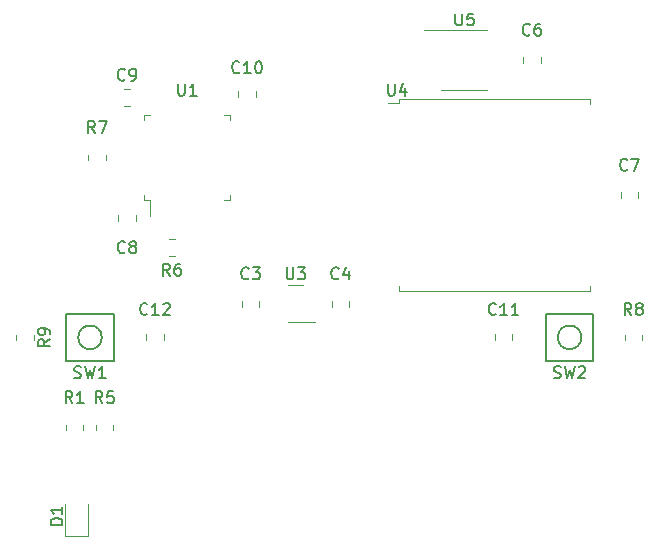
<source format=gbr>
%TF.GenerationSoftware,KiCad,Pcbnew,7.0.9*%
%TF.CreationDate,2023-12-31T17:17:44+01:00*%
%TF.ProjectId,power_switch,706f7765-725f-4737-9769-7463682e6b69,rev?*%
%TF.SameCoordinates,Original*%
%TF.FileFunction,Legend,Top*%
%TF.FilePolarity,Positive*%
%FSLAX46Y46*%
G04 Gerber Fmt 4.6, Leading zero omitted, Abs format (unit mm)*
G04 Created by KiCad (PCBNEW 7.0.9) date 2023-12-31 17:17:44*
%MOMM*%
%LPD*%
G01*
G04 APERTURE LIST*
%ADD10C,0.150000*%
%ADD11C,0.120000*%
G04 APERTURE END LIST*
D10*
X153503333Y-41634580D02*
X153455714Y-41682200D01*
X153455714Y-41682200D02*
X153312857Y-41729819D01*
X153312857Y-41729819D02*
X153217619Y-41729819D01*
X153217619Y-41729819D02*
X153074762Y-41682200D01*
X153074762Y-41682200D02*
X152979524Y-41586961D01*
X152979524Y-41586961D02*
X152931905Y-41491723D01*
X152931905Y-41491723D02*
X152884286Y-41301247D01*
X152884286Y-41301247D02*
X152884286Y-41158390D01*
X152884286Y-41158390D02*
X152931905Y-40967914D01*
X152931905Y-40967914D02*
X152979524Y-40872676D01*
X152979524Y-40872676D02*
X153074762Y-40777438D01*
X153074762Y-40777438D02*
X153217619Y-40729819D01*
X153217619Y-40729819D02*
X153312857Y-40729819D01*
X153312857Y-40729819D02*
X153455714Y-40777438D01*
X153455714Y-40777438D02*
X153503333Y-40825057D01*
X153836667Y-40729819D02*
X154503333Y-40729819D01*
X154503333Y-40729819D02*
X154074762Y-41729819D01*
X110958333Y-48619580D02*
X110910714Y-48667200D01*
X110910714Y-48667200D02*
X110767857Y-48714819D01*
X110767857Y-48714819D02*
X110672619Y-48714819D01*
X110672619Y-48714819D02*
X110529762Y-48667200D01*
X110529762Y-48667200D02*
X110434524Y-48571961D01*
X110434524Y-48571961D02*
X110386905Y-48476723D01*
X110386905Y-48476723D02*
X110339286Y-48286247D01*
X110339286Y-48286247D02*
X110339286Y-48143390D01*
X110339286Y-48143390D02*
X110386905Y-47952914D01*
X110386905Y-47952914D02*
X110434524Y-47857676D01*
X110434524Y-47857676D02*
X110529762Y-47762438D01*
X110529762Y-47762438D02*
X110672619Y-47714819D01*
X110672619Y-47714819D02*
X110767857Y-47714819D01*
X110767857Y-47714819D02*
X110910714Y-47762438D01*
X110910714Y-47762438D02*
X110958333Y-47810057D01*
X111529762Y-48143390D02*
X111434524Y-48095771D01*
X111434524Y-48095771D02*
X111386905Y-48048152D01*
X111386905Y-48048152D02*
X111339286Y-47952914D01*
X111339286Y-47952914D02*
X111339286Y-47905295D01*
X111339286Y-47905295D02*
X111386905Y-47810057D01*
X111386905Y-47810057D02*
X111434524Y-47762438D01*
X111434524Y-47762438D02*
X111529762Y-47714819D01*
X111529762Y-47714819D02*
X111720238Y-47714819D01*
X111720238Y-47714819D02*
X111815476Y-47762438D01*
X111815476Y-47762438D02*
X111863095Y-47810057D01*
X111863095Y-47810057D02*
X111910714Y-47905295D01*
X111910714Y-47905295D02*
X111910714Y-47952914D01*
X111910714Y-47952914D02*
X111863095Y-48048152D01*
X111863095Y-48048152D02*
X111815476Y-48095771D01*
X111815476Y-48095771D02*
X111720238Y-48143390D01*
X111720238Y-48143390D02*
X111529762Y-48143390D01*
X111529762Y-48143390D02*
X111434524Y-48191009D01*
X111434524Y-48191009D02*
X111386905Y-48238628D01*
X111386905Y-48238628D02*
X111339286Y-48333866D01*
X111339286Y-48333866D02*
X111339286Y-48524342D01*
X111339286Y-48524342D02*
X111386905Y-48619580D01*
X111386905Y-48619580D02*
X111434524Y-48667200D01*
X111434524Y-48667200D02*
X111529762Y-48714819D01*
X111529762Y-48714819D02*
X111720238Y-48714819D01*
X111720238Y-48714819D02*
X111815476Y-48667200D01*
X111815476Y-48667200D02*
X111863095Y-48619580D01*
X111863095Y-48619580D02*
X111910714Y-48524342D01*
X111910714Y-48524342D02*
X111910714Y-48333866D01*
X111910714Y-48333866D02*
X111863095Y-48238628D01*
X111863095Y-48238628D02*
X111815476Y-48191009D01*
X111815476Y-48191009D02*
X111720238Y-48143390D01*
X106513333Y-61414819D02*
X106180000Y-60938628D01*
X105941905Y-61414819D02*
X105941905Y-60414819D01*
X105941905Y-60414819D02*
X106322857Y-60414819D01*
X106322857Y-60414819D02*
X106418095Y-60462438D01*
X106418095Y-60462438D02*
X106465714Y-60510057D01*
X106465714Y-60510057D02*
X106513333Y-60605295D01*
X106513333Y-60605295D02*
X106513333Y-60748152D01*
X106513333Y-60748152D02*
X106465714Y-60843390D01*
X106465714Y-60843390D02*
X106418095Y-60891009D01*
X106418095Y-60891009D02*
X106322857Y-60938628D01*
X106322857Y-60938628D02*
X105941905Y-60938628D01*
X107465714Y-61414819D02*
X106894286Y-61414819D01*
X107180000Y-61414819D02*
X107180000Y-60414819D01*
X107180000Y-60414819D02*
X107084762Y-60557676D01*
X107084762Y-60557676D02*
X106989524Y-60652914D01*
X106989524Y-60652914D02*
X106894286Y-60700533D01*
X105654819Y-71738094D02*
X104654819Y-71738094D01*
X104654819Y-71738094D02*
X104654819Y-71499999D01*
X104654819Y-71499999D02*
X104702438Y-71357142D01*
X104702438Y-71357142D02*
X104797676Y-71261904D01*
X104797676Y-71261904D02*
X104892914Y-71214285D01*
X104892914Y-71214285D02*
X105083390Y-71166666D01*
X105083390Y-71166666D02*
X105226247Y-71166666D01*
X105226247Y-71166666D02*
X105416723Y-71214285D01*
X105416723Y-71214285D02*
X105511961Y-71261904D01*
X105511961Y-71261904D02*
X105607200Y-71357142D01*
X105607200Y-71357142D02*
X105654819Y-71499999D01*
X105654819Y-71499999D02*
X105654819Y-71738094D01*
X105654819Y-70214285D02*
X105654819Y-70785713D01*
X105654819Y-70499999D02*
X104654819Y-70499999D01*
X104654819Y-70499999D02*
X104797676Y-70595237D01*
X104797676Y-70595237D02*
X104892914Y-70690475D01*
X104892914Y-70690475D02*
X104940533Y-70785713D01*
X133223095Y-34379819D02*
X133223095Y-35189342D01*
X133223095Y-35189342D02*
X133270714Y-35284580D01*
X133270714Y-35284580D02*
X133318333Y-35332200D01*
X133318333Y-35332200D02*
X133413571Y-35379819D01*
X133413571Y-35379819D02*
X133604047Y-35379819D01*
X133604047Y-35379819D02*
X133699285Y-35332200D01*
X133699285Y-35332200D02*
X133746904Y-35284580D01*
X133746904Y-35284580D02*
X133794523Y-35189342D01*
X133794523Y-35189342D02*
X133794523Y-34379819D01*
X134699285Y-34713152D02*
X134699285Y-35379819D01*
X134461190Y-34332200D02*
X134223095Y-35046485D01*
X134223095Y-35046485D02*
X134842142Y-35046485D01*
X142357142Y-53859580D02*
X142309523Y-53907200D01*
X142309523Y-53907200D02*
X142166666Y-53954819D01*
X142166666Y-53954819D02*
X142071428Y-53954819D01*
X142071428Y-53954819D02*
X141928571Y-53907200D01*
X141928571Y-53907200D02*
X141833333Y-53811961D01*
X141833333Y-53811961D02*
X141785714Y-53716723D01*
X141785714Y-53716723D02*
X141738095Y-53526247D01*
X141738095Y-53526247D02*
X141738095Y-53383390D01*
X141738095Y-53383390D02*
X141785714Y-53192914D01*
X141785714Y-53192914D02*
X141833333Y-53097676D01*
X141833333Y-53097676D02*
X141928571Y-53002438D01*
X141928571Y-53002438D02*
X142071428Y-52954819D01*
X142071428Y-52954819D02*
X142166666Y-52954819D01*
X142166666Y-52954819D02*
X142309523Y-53002438D01*
X142309523Y-53002438D02*
X142357142Y-53050057D01*
X143309523Y-53954819D02*
X142738095Y-53954819D01*
X143023809Y-53954819D02*
X143023809Y-52954819D01*
X143023809Y-52954819D02*
X142928571Y-53097676D01*
X142928571Y-53097676D02*
X142833333Y-53192914D01*
X142833333Y-53192914D02*
X142738095Y-53240533D01*
X144261904Y-53954819D02*
X143690476Y-53954819D01*
X143976190Y-53954819D02*
X143976190Y-52954819D01*
X143976190Y-52954819D02*
X143880952Y-53097676D01*
X143880952Y-53097676D02*
X143785714Y-53192914D01*
X143785714Y-53192914D02*
X143690476Y-53240533D01*
X129047083Y-50839580D02*
X128999464Y-50887200D01*
X128999464Y-50887200D02*
X128856607Y-50934819D01*
X128856607Y-50934819D02*
X128761369Y-50934819D01*
X128761369Y-50934819D02*
X128618512Y-50887200D01*
X128618512Y-50887200D02*
X128523274Y-50791961D01*
X128523274Y-50791961D02*
X128475655Y-50696723D01*
X128475655Y-50696723D02*
X128428036Y-50506247D01*
X128428036Y-50506247D02*
X128428036Y-50363390D01*
X128428036Y-50363390D02*
X128475655Y-50172914D01*
X128475655Y-50172914D02*
X128523274Y-50077676D01*
X128523274Y-50077676D02*
X128618512Y-49982438D01*
X128618512Y-49982438D02*
X128761369Y-49934819D01*
X128761369Y-49934819D02*
X128856607Y-49934819D01*
X128856607Y-49934819D02*
X128999464Y-49982438D01*
X128999464Y-49982438D02*
X129047083Y-50030057D01*
X129904226Y-50268152D02*
X129904226Y-50934819D01*
X129666131Y-49887200D02*
X129428036Y-50601485D01*
X129428036Y-50601485D02*
X130047083Y-50601485D01*
X124641845Y-49934819D02*
X124641845Y-50744342D01*
X124641845Y-50744342D02*
X124689464Y-50839580D01*
X124689464Y-50839580D02*
X124737083Y-50887200D01*
X124737083Y-50887200D02*
X124832321Y-50934819D01*
X124832321Y-50934819D02*
X125022797Y-50934819D01*
X125022797Y-50934819D02*
X125118035Y-50887200D01*
X125118035Y-50887200D02*
X125165654Y-50839580D01*
X125165654Y-50839580D02*
X125213273Y-50744342D01*
X125213273Y-50744342D02*
X125213273Y-49934819D01*
X125594226Y-49934819D02*
X126213273Y-49934819D01*
X126213273Y-49934819D02*
X125879940Y-50315771D01*
X125879940Y-50315771D02*
X126022797Y-50315771D01*
X126022797Y-50315771D02*
X126118035Y-50363390D01*
X126118035Y-50363390D02*
X126165654Y-50411009D01*
X126165654Y-50411009D02*
X126213273Y-50506247D01*
X126213273Y-50506247D02*
X126213273Y-50744342D01*
X126213273Y-50744342D02*
X126165654Y-50839580D01*
X126165654Y-50839580D02*
X126118035Y-50887200D01*
X126118035Y-50887200D02*
X126022797Y-50934819D01*
X126022797Y-50934819D02*
X125737083Y-50934819D01*
X125737083Y-50934819D02*
X125641845Y-50887200D01*
X125641845Y-50887200D02*
X125594226Y-50839580D01*
X138938095Y-28439819D02*
X138938095Y-29249342D01*
X138938095Y-29249342D02*
X138985714Y-29344580D01*
X138985714Y-29344580D02*
X139033333Y-29392200D01*
X139033333Y-29392200D02*
X139128571Y-29439819D01*
X139128571Y-29439819D02*
X139319047Y-29439819D01*
X139319047Y-29439819D02*
X139414285Y-29392200D01*
X139414285Y-29392200D02*
X139461904Y-29344580D01*
X139461904Y-29344580D02*
X139509523Y-29249342D01*
X139509523Y-29249342D02*
X139509523Y-28439819D01*
X140461904Y-28439819D02*
X139985714Y-28439819D01*
X139985714Y-28439819D02*
X139938095Y-28916009D01*
X139938095Y-28916009D02*
X139985714Y-28868390D01*
X139985714Y-28868390D02*
X140080952Y-28820771D01*
X140080952Y-28820771D02*
X140319047Y-28820771D01*
X140319047Y-28820771D02*
X140414285Y-28868390D01*
X140414285Y-28868390D02*
X140461904Y-28916009D01*
X140461904Y-28916009D02*
X140509523Y-29011247D01*
X140509523Y-29011247D02*
X140509523Y-29249342D01*
X140509523Y-29249342D02*
X140461904Y-29344580D01*
X140461904Y-29344580D02*
X140414285Y-29392200D01*
X140414285Y-29392200D02*
X140319047Y-29439819D01*
X140319047Y-29439819D02*
X140080952Y-29439819D01*
X140080952Y-29439819D02*
X139985714Y-29392200D01*
X139985714Y-29392200D02*
X139938095Y-29344580D01*
X120642142Y-33379580D02*
X120594523Y-33427200D01*
X120594523Y-33427200D02*
X120451666Y-33474819D01*
X120451666Y-33474819D02*
X120356428Y-33474819D01*
X120356428Y-33474819D02*
X120213571Y-33427200D01*
X120213571Y-33427200D02*
X120118333Y-33331961D01*
X120118333Y-33331961D02*
X120070714Y-33236723D01*
X120070714Y-33236723D02*
X120023095Y-33046247D01*
X120023095Y-33046247D02*
X120023095Y-32903390D01*
X120023095Y-32903390D02*
X120070714Y-32712914D01*
X120070714Y-32712914D02*
X120118333Y-32617676D01*
X120118333Y-32617676D02*
X120213571Y-32522438D01*
X120213571Y-32522438D02*
X120356428Y-32474819D01*
X120356428Y-32474819D02*
X120451666Y-32474819D01*
X120451666Y-32474819D02*
X120594523Y-32522438D01*
X120594523Y-32522438D02*
X120642142Y-32570057D01*
X121594523Y-33474819D02*
X121023095Y-33474819D01*
X121308809Y-33474819D02*
X121308809Y-32474819D01*
X121308809Y-32474819D02*
X121213571Y-32617676D01*
X121213571Y-32617676D02*
X121118333Y-32712914D01*
X121118333Y-32712914D02*
X121023095Y-32760533D01*
X122213571Y-32474819D02*
X122308809Y-32474819D01*
X122308809Y-32474819D02*
X122404047Y-32522438D01*
X122404047Y-32522438D02*
X122451666Y-32570057D01*
X122451666Y-32570057D02*
X122499285Y-32665295D01*
X122499285Y-32665295D02*
X122546904Y-32855771D01*
X122546904Y-32855771D02*
X122546904Y-33093866D01*
X122546904Y-33093866D02*
X122499285Y-33284342D01*
X122499285Y-33284342D02*
X122451666Y-33379580D01*
X122451666Y-33379580D02*
X122404047Y-33427200D01*
X122404047Y-33427200D02*
X122308809Y-33474819D01*
X122308809Y-33474819D02*
X122213571Y-33474819D01*
X122213571Y-33474819D02*
X122118333Y-33427200D01*
X122118333Y-33427200D02*
X122070714Y-33379580D01*
X122070714Y-33379580D02*
X122023095Y-33284342D01*
X122023095Y-33284342D02*
X121975476Y-33093866D01*
X121975476Y-33093866D02*
X121975476Y-32855771D01*
X121975476Y-32855771D02*
X122023095Y-32665295D01*
X122023095Y-32665295D02*
X122070714Y-32570057D01*
X122070714Y-32570057D02*
X122118333Y-32522438D01*
X122118333Y-32522438D02*
X122213571Y-32474819D01*
X108418333Y-38554819D02*
X108085000Y-38078628D01*
X107846905Y-38554819D02*
X107846905Y-37554819D01*
X107846905Y-37554819D02*
X108227857Y-37554819D01*
X108227857Y-37554819D02*
X108323095Y-37602438D01*
X108323095Y-37602438D02*
X108370714Y-37650057D01*
X108370714Y-37650057D02*
X108418333Y-37745295D01*
X108418333Y-37745295D02*
X108418333Y-37888152D01*
X108418333Y-37888152D02*
X108370714Y-37983390D01*
X108370714Y-37983390D02*
X108323095Y-38031009D01*
X108323095Y-38031009D02*
X108227857Y-38078628D01*
X108227857Y-38078628D02*
X107846905Y-38078628D01*
X108751667Y-37554819D02*
X109418333Y-37554819D01*
X109418333Y-37554819D02*
X108989762Y-38554819D01*
X109053333Y-61414819D02*
X108720000Y-60938628D01*
X108481905Y-61414819D02*
X108481905Y-60414819D01*
X108481905Y-60414819D02*
X108862857Y-60414819D01*
X108862857Y-60414819D02*
X108958095Y-60462438D01*
X108958095Y-60462438D02*
X109005714Y-60510057D01*
X109005714Y-60510057D02*
X109053333Y-60605295D01*
X109053333Y-60605295D02*
X109053333Y-60748152D01*
X109053333Y-60748152D02*
X109005714Y-60843390D01*
X109005714Y-60843390D02*
X108958095Y-60891009D01*
X108958095Y-60891009D02*
X108862857Y-60938628D01*
X108862857Y-60938628D02*
X108481905Y-60938628D01*
X109958095Y-60414819D02*
X109481905Y-60414819D01*
X109481905Y-60414819D02*
X109434286Y-60891009D01*
X109434286Y-60891009D02*
X109481905Y-60843390D01*
X109481905Y-60843390D02*
X109577143Y-60795771D01*
X109577143Y-60795771D02*
X109815238Y-60795771D01*
X109815238Y-60795771D02*
X109910476Y-60843390D01*
X109910476Y-60843390D02*
X109958095Y-60891009D01*
X109958095Y-60891009D02*
X110005714Y-60986247D01*
X110005714Y-60986247D02*
X110005714Y-61224342D01*
X110005714Y-61224342D02*
X109958095Y-61319580D01*
X109958095Y-61319580D02*
X109910476Y-61367200D01*
X109910476Y-61367200D02*
X109815238Y-61414819D01*
X109815238Y-61414819D02*
X109577143Y-61414819D01*
X109577143Y-61414819D02*
X109481905Y-61367200D01*
X109481905Y-61367200D02*
X109434286Y-61319580D01*
X147266667Y-59257200D02*
X147409524Y-59304819D01*
X147409524Y-59304819D02*
X147647619Y-59304819D01*
X147647619Y-59304819D02*
X147742857Y-59257200D01*
X147742857Y-59257200D02*
X147790476Y-59209580D01*
X147790476Y-59209580D02*
X147838095Y-59114342D01*
X147838095Y-59114342D02*
X147838095Y-59019104D01*
X147838095Y-59019104D02*
X147790476Y-58923866D01*
X147790476Y-58923866D02*
X147742857Y-58876247D01*
X147742857Y-58876247D02*
X147647619Y-58828628D01*
X147647619Y-58828628D02*
X147457143Y-58781009D01*
X147457143Y-58781009D02*
X147361905Y-58733390D01*
X147361905Y-58733390D02*
X147314286Y-58685771D01*
X147314286Y-58685771D02*
X147266667Y-58590533D01*
X147266667Y-58590533D02*
X147266667Y-58495295D01*
X147266667Y-58495295D02*
X147314286Y-58400057D01*
X147314286Y-58400057D02*
X147361905Y-58352438D01*
X147361905Y-58352438D02*
X147457143Y-58304819D01*
X147457143Y-58304819D02*
X147695238Y-58304819D01*
X147695238Y-58304819D02*
X147838095Y-58352438D01*
X148171429Y-58304819D02*
X148409524Y-59304819D01*
X148409524Y-59304819D02*
X148600000Y-58590533D01*
X148600000Y-58590533D02*
X148790476Y-59304819D01*
X148790476Y-59304819D02*
X149028572Y-58304819D01*
X149361905Y-58400057D02*
X149409524Y-58352438D01*
X149409524Y-58352438D02*
X149504762Y-58304819D01*
X149504762Y-58304819D02*
X149742857Y-58304819D01*
X149742857Y-58304819D02*
X149838095Y-58352438D01*
X149838095Y-58352438D02*
X149885714Y-58400057D01*
X149885714Y-58400057D02*
X149933333Y-58495295D01*
X149933333Y-58495295D02*
X149933333Y-58590533D01*
X149933333Y-58590533D02*
X149885714Y-58733390D01*
X149885714Y-58733390D02*
X149314286Y-59304819D01*
X149314286Y-59304819D02*
X149933333Y-59304819D01*
X110958333Y-34014580D02*
X110910714Y-34062200D01*
X110910714Y-34062200D02*
X110767857Y-34109819D01*
X110767857Y-34109819D02*
X110672619Y-34109819D01*
X110672619Y-34109819D02*
X110529762Y-34062200D01*
X110529762Y-34062200D02*
X110434524Y-33966961D01*
X110434524Y-33966961D02*
X110386905Y-33871723D01*
X110386905Y-33871723D02*
X110339286Y-33681247D01*
X110339286Y-33681247D02*
X110339286Y-33538390D01*
X110339286Y-33538390D02*
X110386905Y-33347914D01*
X110386905Y-33347914D02*
X110434524Y-33252676D01*
X110434524Y-33252676D02*
X110529762Y-33157438D01*
X110529762Y-33157438D02*
X110672619Y-33109819D01*
X110672619Y-33109819D02*
X110767857Y-33109819D01*
X110767857Y-33109819D02*
X110910714Y-33157438D01*
X110910714Y-33157438D02*
X110958333Y-33205057D01*
X111434524Y-34109819D02*
X111625000Y-34109819D01*
X111625000Y-34109819D02*
X111720238Y-34062200D01*
X111720238Y-34062200D02*
X111767857Y-34014580D01*
X111767857Y-34014580D02*
X111863095Y-33871723D01*
X111863095Y-33871723D02*
X111910714Y-33681247D01*
X111910714Y-33681247D02*
X111910714Y-33300295D01*
X111910714Y-33300295D02*
X111863095Y-33205057D01*
X111863095Y-33205057D02*
X111815476Y-33157438D01*
X111815476Y-33157438D02*
X111720238Y-33109819D01*
X111720238Y-33109819D02*
X111529762Y-33109819D01*
X111529762Y-33109819D02*
X111434524Y-33157438D01*
X111434524Y-33157438D02*
X111386905Y-33205057D01*
X111386905Y-33205057D02*
X111339286Y-33300295D01*
X111339286Y-33300295D02*
X111339286Y-33538390D01*
X111339286Y-33538390D02*
X111386905Y-33633628D01*
X111386905Y-33633628D02*
X111434524Y-33681247D01*
X111434524Y-33681247D02*
X111529762Y-33728866D01*
X111529762Y-33728866D02*
X111720238Y-33728866D01*
X111720238Y-33728866D02*
X111815476Y-33681247D01*
X111815476Y-33681247D02*
X111863095Y-33633628D01*
X111863095Y-33633628D02*
X111910714Y-33538390D01*
X121427083Y-50839580D02*
X121379464Y-50887200D01*
X121379464Y-50887200D02*
X121236607Y-50934819D01*
X121236607Y-50934819D02*
X121141369Y-50934819D01*
X121141369Y-50934819D02*
X120998512Y-50887200D01*
X120998512Y-50887200D02*
X120903274Y-50791961D01*
X120903274Y-50791961D02*
X120855655Y-50696723D01*
X120855655Y-50696723D02*
X120808036Y-50506247D01*
X120808036Y-50506247D02*
X120808036Y-50363390D01*
X120808036Y-50363390D02*
X120855655Y-50172914D01*
X120855655Y-50172914D02*
X120903274Y-50077676D01*
X120903274Y-50077676D02*
X120998512Y-49982438D01*
X120998512Y-49982438D02*
X121141369Y-49934819D01*
X121141369Y-49934819D02*
X121236607Y-49934819D01*
X121236607Y-49934819D02*
X121379464Y-49982438D01*
X121379464Y-49982438D02*
X121427083Y-50030057D01*
X121760417Y-49934819D02*
X122379464Y-49934819D01*
X122379464Y-49934819D02*
X122046131Y-50315771D01*
X122046131Y-50315771D02*
X122188988Y-50315771D01*
X122188988Y-50315771D02*
X122284226Y-50363390D01*
X122284226Y-50363390D02*
X122331845Y-50411009D01*
X122331845Y-50411009D02*
X122379464Y-50506247D01*
X122379464Y-50506247D02*
X122379464Y-50744342D01*
X122379464Y-50744342D02*
X122331845Y-50839580D01*
X122331845Y-50839580D02*
X122284226Y-50887200D01*
X122284226Y-50887200D02*
X122188988Y-50934819D01*
X122188988Y-50934819D02*
X121903274Y-50934819D01*
X121903274Y-50934819D02*
X121808036Y-50887200D01*
X121808036Y-50887200D02*
X121760417Y-50839580D01*
X112857142Y-53859580D02*
X112809523Y-53907200D01*
X112809523Y-53907200D02*
X112666666Y-53954819D01*
X112666666Y-53954819D02*
X112571428Y-53954819D01*
X112571428Y-53954819D02*
X112428571Y-53907200D01*
X112428571Y-53907200D02*
X112333333Y-53811961D01*
X112333333Y-53811961D02*
X112285714Y-53716723D01*
X112285714Y-53716723D02*
X112238095Y-53526247D01*
X112238095Y-53526247D02*
X112238095Y-53383390D01*
X112238095Y-53383390D02*
X112285714Y-53192914D01*
X112285714Y-53192914D02*
X112333333Y-53097676D01*
X112333333Y-53097676D02*
X112428571Y-53002438D01*
X112428571Y-53002438D02*
X112571428Y-52954819D01*
X112571428Y-52954819D02*
X112666666Y-52954819D01*
X112666666Y-52954819D02*
X112809523Y-53002438D01*
X112809523Y-53002438D02*
X112857142Y-53050057D01*
X113809523Y-53954819D02*
X113238095Y-53954819D01*
X113523809Y-53954819D02*
X113523809Y-52954819D01*
X113523809Y-52954819D02*
X113428571Y-53097676D01*
X113428571Y-53097676D02*
X113333333Y-53192914D01*
X113333333Y-53192914D02*
X113238095Y-53240533D01*
X114190476Y-53050057D02*
X114238095Y-53002438D01*
X114238095Y-53002438D02*
X114333333Y-52954819D01*
X114333333Y-52954819D02*
X114571428Y-52954819D01*
X114571428Y-52954819D02*
X114666666Y-53002438D01*
X114666666Y-53002438D02*
X114714285Y-53050057D01*
X114714285Y-53050057D02*
X114761904Y-53145295D01*
X114761904Y-53145295D02*
X114761904Y-53240533D01*
X114761904Y-53240533D02*
X114714285Y-53383390D01*
X114714285Y-53383390D02*
X114142857Y-53954819D01*
X114142857Y-53954819D02*
X114761904Y-53954819D01*
X115443095Y-34379819D02*
X115443095Y-35189342D01*
X115443095Y-35189342D02*
X115490714Y-35284580D01*
X115490714Y-35284580D02*
X115538333Y-35332200D01*
X115538333Y-35332200D02*
X115633571Y-35379819D01*
X115633571Y-35379819D02*
X115824047Y-35379819D01*
X115824047Y-35379819D02*
X115919285Y-35332200D01*
X115919285Y-35332200D02*
X115966904Y-35284580D01*
X115966904Y-35284580D02*
X116014523Y-35189342D01*
X116014523Y-35189342D02*
X116014523Y-34379819D01*
X117014523Y-35379819D02*
X116443095Y-35379819D01*
X116728809Y-35379819D02*
X116728809Y-34379819D01*
X116728809Y-34379819D02*
X116633571Y-34522676D01*
X116633571Y-34522676D02*
X116538333Y-34617914D01*
X116538333Y-34617914D02*
X116443095Y-34665533D01*
X114768333Y-50619819D02*
X114435000Y-50143628D01*
X114196905Y-50619819D02*
X114196905Y-49619819D01*
X114196905Y-49619819D02*
X114577857Y-49619819D01*
X114577857Y-49619819D02*
X114673095Y-49667438D01*
X114673095Y-49667438D02*
X114720714Y-49715057D01*
X114720714Y-49715057D02*
X114768333Y-49810295D01*
X114768333Y-49810295D02*
X114768333Y-49953152D01*
X114768333Y-49953152D02*
X114720714Y-50048390D01*
X114720714Y-50048390D02*
X114673095Y-50096009D01*
X114673095Y-50096009D02*
X114577857Y-50143628D01*
X114577857Y-50143628D02*
X114196905Y-50143628D01*
X115625476Y-49619819D02*
X115435000Y-49619819D01*
X115435000Y-49619819D02*
X115339762Y-49667438D01*
X115339762Y-49667438D02*
X115292143Y-49715057D01*
X115292143Y-49715057D02*
X115196905Y-49857914D01*
X115196905Y-49857914D02*
X115149286Y-50048390D01*
X115149286Y-50048390D02*
X115149286Y-50429342D01*
X115149286Y-50429342D02*
X115196905Y-50524580D01*
X115196905Y-50524580D02*
X115244524Y-50572200D01*
X115244524Y-50572200D02*
X115339762Y-50619819D01*
X115339762Y-50619819D02*
X115530238Y-50619819D01*
X115530238Y-50619819D02*
X115625476Y-50572200D01*
X115625476Y-50572200D02*
X115673095Y-50524580D01*
X115673095Y-50524580D02*
X115720714Y-50429342D01*
X115720714Y-50429342D02*
X115720714Y-50191247D01*
X115720714Y-50191247D02*
X115673095Y-50096009D01*
X115673095Y-50096009D02*
X115625476Y-50048390D01*
X115625476Y-50048390D02*
X115530238Y-50000771D01*
X115530238Y-50000771D02*
X115339762Y-50000771D01*
X115339762Y-50000771D02*
X115244524Y-50048390D01*
X115244524Y-50048390D02*
X115196905Y-50096009D01*
X115196905Y-50096009D02*
X115149286Y-50191247D01*
X145248333Y-30204580D02*
X145200714Y-30252200D01*
X145200714Y-30252200D02*
X145057857Y-30299819D01*
X145057857Y-30299819D02*
X144962619Y-30299819D01*
X144962619Y-30299819D02*
X144819762Y-30252200D01*
X144819762Y-30252200D02*
X144724524Y-30156961D01*
X144724524Y-30156961D02*
X144676905Y-30061723D01*
X144676905Y-30061723D02*
X144629286Y-29871247D01*
X144629286Y-29871247D02*
X144629286Y-29728390D01*
X144629286Y-29728390D02*
X144676905Y-29537914D01*
X144676905Y-29537914D02*
X144724524Y-29442676D01*
X144724524Y-29442676D02*
X144819762Y-29347438D01*
X144819762Y-29347438D02*
X144962619Y-29299819D01*
X144962619Y-29299819D02*
X145057857Y-29299819D01*
X145057857Y-29299819D02*
X145200714Y-29347438D01*
X145200714Y-29347438D02*
X145248333Y-29395057D01*
X146105476Y-29299819D02*
X145915000Y-29299819D01*
X145915000Y-29299819D02*
X145819762Y-29347438D01*
X145819762Y-29347438D02*
X145772143Y-29395057D01*
X145772143Y-29395057D02*
X145676905Y-29537914D01*
X145676905Y-29537914D02*
X145629286Y-29728390D01*
X145629286Y-29728390D02*
X145629286Y-30109342D01*
X145629286Y-30109342D02*
X145676905Y-30204580D01*
X145676905Y-30204580D02*
X145724524Y-30252200D01*
X145724524Y-30252200D02*
X145819762Y-30299819D01*
X145819762Y-30299819D02*
X146010238Y-30299819D01*
X146010238Y-30299819D02*
X146105476Y-30252200D01*
X146105476Y-30252200D02*
X146153095Y-30204580D01*
X146153095Y-30204580D02*
X146200714Y-30109342D01*
X146200714Y-30109342D02*
X146200714Y-29871247D01*
X146200714Y-29871247D02*
X146153095Y-29776009D01*
X146153095Y-29776009D02*
X146105476Y-29728390D01*
X146105476Y-29728390D02*
X146010238Y-29680771D01*
X146010238Y-29680771D02*
X145819762Y-29680771D01*
X145819762Y-29680771D02*
X145724524Y-29728390D01*
X145724524Y-29728390D02*
X145676905Y-29776009D01*
X145676905Y-29776009D02*
X145629286Y-29871247D01*
X106666667Y-59257200D02*
X106809524Y-59304819D01*
X106809524Y-59304819D02*
X107047619Y-59304819D01*
X107047619Y-59304819D02*
X107142857Y-59257200D01*
X107142857Y-59257200D02*
X107190476Y-59209580D01*
X107190476Y-59209580D02*
X107238095Y-59114342D01*
X107238095Y-59114342D02*
X107238095Y-59019104D01*
X107238095Y-59019104D02*
X107190476Y-58923866D01*
X107190476Y-58923866D02*
X107142857Y-58876247D01*
X107142857Y-58876247D02*
X107047619Y-58828628D01*
X107047619Y-58828628D02*
X106857143Y-58781009D01*
X106857143Y-58781009D02*
X106761905Y-58733390D01*
X106761905Y-58733390D02*
X106714286Y-58685771D01*
X106714286Y-58685771D02*
X106666667Y-58590533D01*
X106666667Y-58590533D02*
X106666667Y-58495295D01*
X106666667Y-58495295D02*
X106714286Y-58400057D01*
X106714286Y-58400057D02*
X106761905Y-58352438D01*
X106761905Y-58352438D02*
X106857143Y-58304819D01*
X106857143Y-58304819D02*
X107095238Y-58304819D01*
X107095238Y-58304819D02*
X107238095Y-58352438D01*
X107571429Y-58304819D02*
X107809524Y-59304819D01*
X107809524Y-59304819D02*
X108000000Y-58590533D01*
X108000000Y-58590533D02*
X108190476Y-59304819D01*
X108190476Y-59304819D02*
X108428572Y-58304819D01*
X109333333Y-59304819D02*
X108761905Y-59304819D01*
X109047619Y-59304819D02*
X109047619Y-58304819D01*
X109047619Y-58304819D02*
X108952381Y-58447676D01*
X108952381Y-58447676D02*
X108857143Y-58542914D01*
X108857143Y-58542914D02*
X108761905Y-58590533D01*
X153833333Y-53954819D02*
X153500000Y-53478628D01*
X153261905Y-53954819D02*
X153261905Y-52954819D01*
X153261905Y-52954819D02*
X153642857Y-52954819D01*
X153642857Y-52954819D02*
X153738095Y-53002438D01*
X153738095Y-53002438D02*
X153785714Y-53050057D01*
X153785714Y-53050057D02*
X153833333Y-53145295D01*
X153833333Y-53145295D02*
X153833333Y-53288152D01*
X153833333Y-53288152D02*
X153785714Y-53383390D01*
X153785714Y-53383390D02*
X153738095Y-53431009D01*
X153738095Y-53431009D02*
X153642857Y-53478628D01*
X153642857Y-53478628D02*
X153261905Y-53478628D01*
X154404762Y-53383390D02*
X154309524Y-53335771D01*
X154309524Y-53335771D02*
X154261905Y-53288152D01*
X154261905Y-53288152D02*
X154214286Y-53192914D01*
X154214286Y-53192914D02*
X154214286Y-53145295D01*
X154214286Y-53145295D02*
X154261905Y-53050057D01*
X154261905Y-53050057D02*
X154309524Y-53002438D01*
X154309524Y-53002438D02*
X154404762Y-52954819D01*
X154404762Y-52954819D02*
X154595238Y-52954819D01*
X154595238Y-52954819D02*
X154690476Y-53002438D01*
X154690476Y-53002438D02*
X154738095Y-53050057D01*
X154738095Y-53050057D02*
X154785714Y-53145295D01*
X154785714Y-53145295D02*
X154785714Y-53192914D01*
X154785714Y-53192914D02*
X154738095Y-53288152D01*
X154738095Y-53288152D02*
X154690476Y-53335771D01*
X154690476Y-53335771D02*
X154595238Y-53383390D01*
X154595238Y-53383390D02*
X154404762Y-53383390D01*
X154404762Y-53383390D02*
X154309524Y-53431009D01*
X154309524Y-53431009D02*
X154261905Y-53478628D01*
X154261905Y-53478628D02*
X154214286Y-53573866D01*
X154214286Y-53573866D02*
X154214286Y-53764342D01*
X154214286Y-53764342D02*
X154261905Y-53859580D01*
X154261905Y-53859580D02*
X154309524Y-53907200D01*
X154309524Y-53907200D02*
X154404762Y-53954819D01*
X154404762Y-53954819D02*
X154595238Y-53954819D01*
X154595238Y-53954819D02*
X154690476Y-53907200D01*
X154690476Y-53907200D02*
X154738095Y-53859580D01*
X154738095Y-53859580D02*
X154785714Y-53764342D01*
X154785714Y-53764342D02*
X154785714Y-53573866D01*
X154785714Y-53573866D02*
X154738095Y-53478628D01*
X154738095Y-53478628D02*
X154690476Y-53431009D01*
X154690476Y-53431009D02*
X154595238Y-53383390D01*
X104604819Y-56016666D02*
X104128628Y-56349999D01*
X104604819Y-56588094D02*
X103604819Y-56588094D01*
X103604819Y-56588094D02*
X103604819Y-56207142D01*
X103604819Y-56207142D02*
X103652438Y-56111904D01*
X103652438Y-56111904D02*
X103700057Y-56064285D01*
X103700057Y-56064285D02*
X103795295Y-56016666D01*
X103795295Y-56016666D02*
X103938152Y-56016666D01*
X103938152Y-56016666D02*
X104033390Y-56064285D01*
X104033390Y-56064285D02*
X104081009Y-56111904D01*
X104081009Y-56111904D02*
X104128628Y-56207142D01*
X104128628Y-56207142D02*
X104128628Y-56588094D01*
X104604819Y-55540475D02*
X104604819Y-55349999D01*
X104604819Y-55349999D02*
X104557200Y-55254761D01*
X104557200Y-55254761D02*
X104509580Y-55207142D01*
X104509580Y-55207142D02*
X104366723Y-55111904D01*
X104366723Y-55111904D02*
X104176247Y-55064285D01*
X104176247Y-55064285D02*
X103795295Y-55064285D01*
X103795295Y-55064285D02*
X103700057Y-55111904D01*
X103700057Y-55111904D02*
X103652438Y-55159523D01*
X103652438Y-55159523D02*
X103604819Y-55254761D01*
X103604819Y-55254761D02*
X103604819Y-55445237D01*
X103604819Y-55445237D02*
X103652438Y-55540475D01*
X103652438Y-55540475D02*
X103700057Y-55588094D01*
X103700057Y-55588094D02*
X103795295Y-55635713D01*
X103795295Y-55635713D02*
X104033390Y-55635713D01*
X104033390Y-55635713D02*
X104128628Y-55588094D01*
X104128628Y-55588094D02*
X104176247Y-55540475D01*
X104176247Y-55540475D02*
X104223866Y-55445237D01*
X104223866Y-55445237D02*
X104223866Y-55254761D01*
X104223866Y-55254761D02*
X104176247Y-55159523D01*
X104176247Y-55159523D02*
X104128628Y-55111904D01*
X104128628Y-55111904D02*
X104033390Y-55064285D01*
D11*
%TO.C,C7*%
X154405000Y-43553748D02*
X154405000Y-44076252D01*
X152935000Y-43553748D02*
X152935000Y-44076252D01*
%TO.C,C8*%
X111860000Y-45458748D02*
X111860000Y-45981252D01*
X110390000Y-45458748D02*
X110390000Y-45981252D01*
%TO.C,R1*%
X107415000Y-63272936D02*
X107415000Y-63727064D01*
X105945000Y-63272936D02*
X105945000Y-63727064D01*
%TO.C,D1*%
X105890000Y-72685000D02*
X107810000Y-72685000D01*
X107810000Y-72685000D02*
X107810000Y-70000000D01*
X105890000Y-70000000D02*
X105890000Y-72685000D01*
%TO.C,U4*%
X134140000Y-35700000D02*
X134140000Y-36050000D01*
X134140000Y-35700000D02*
X150340000Y-35700000D01*
X134140000Y-36050000D02*
X133240000Y-36050000D01*
X134140000Y-51500000D02*
X134140000Y-51900000D01*
X134140000Y-51900000D02*
X150340000Y-51900000D01*
X150340000Y-35700000D02*
X150340000Y-36100000D01*
X150340000Y-51900000D02*
X150340000Y-51500000D01*
%TO.C,C11*%
X143735000Y-55588748D02*
X143735000Y-56111252D01*
X142265000Y-55588748D02*
X142265000Y-56111252D01*
%TO.C,C4*%
X129948750Y-52758748D02*
X129948750Y-53281252D01*
X128478750Y-52758748D02*
X128478750Y-53281252D01*
%TO.C,U3*%
X125403750Y-54580000D02*
X127078750Y-54580000D01*
X125403750Y-54580000D02*
X124753750Y-54580000D01*
X125403750Y-51460000D02*
X126053750Y-51460000D01*
X125403750Y-51460000D02*
X124753750Y-51460000D01*
%TO.C,U5*%
X139700000Y-29825000D02*
X136250000Y-29825000D01*
X139700000Y-29825000D02*
X141650000Y-29825000D01*
X139700000Y-34945000D02*
X137750000Y-34945000D01*
X139700000Y-34945000D02*
X141650000Y-34945000D01*
%TO.C,C10*%
X120550000Y-35506252D02*
X120550000Y-34983748D01*
X122020000Y-35506252D02*
X122020000Y-34983748D01*
%TO.C,R7*%
X107850000Y-40867064D02*
X107850000Y-40412936D01*
X109320000Y-40867064D02*
X109320000Y-40412936D01*
%TO.C,R5*%
X108485000Y-63727064D02*
X108485000Y-63272936D01*
X109955000Y-63727064D02*
X109955000Y-63272936D01*
D10*
%TO.C,SW2*%
X149600000Y-55850000D02*
G75*
G03*
X149600000Y-55850000I-1000000J0D01*
G01*
X150600000Y-57850000D02*
X146600000Y-57850000D01*
X150600000Y-53850000D02*
X150600000Y-57850000D01*
X146600000Y-57850000D02*
X146600000Y-53850000D01*
X146600000Y-53850000D02*
X150600000Y-53850000D01*
D11*
%TO.C,C9*%
X111386252Y-36295000D02*
X110863748Y-36295000D01*
X111386252Y-34825000D02*
X110863748Y-34825000D01*
%TO.C,C3*%
X122328750Y-52758748D02*
X122328750Y-53281252D01*
X120858750Y-52758748D02*
X120858750Y-53281252D01*
%TO.C,C12*%
X114235000Y-55588748D02*
X114235000Y-56111252D01*
X112765000Y-55588748D02*
X112765000Y-56111252D01*
%TO.C,U1*%
X112595000Y-44250000D02*
X113045000Y-44250000D01*
X113045000Y-44250000D02*
X113045000Y-45540000D01*
X119815000Y-44250000D02*
X119365000Y-44250000D01*
X112595000Y-43800000D02*
X112595000Y-44250000D01*
X119815000Y-43800000D02*
X119815000Y-44250000D01*
X112595000Y-37480000D02*
X112595000Y-37030000D01*
X119815000Y-37480000D02*
X119815000Y-37030000D01*
X112595000Y-37030000D02*
X113045000Y-37030000D01*
X119815000Y-37030000D02*
X119365000Y-37030000D01*
%TO.C,R6*%
X114707936Y-48995000D02*
X115162064Y-48995000D01*
X114707936Y-47525000D02*
X115162064Y-47525000D01*
%TO.C,C6*%
X146150000Y-32123748D02*
X146150000Y-32646252D01*
X144680000Y-32123748D02*
X144680000Y-32646252D01*
D10*
%TO.C,SW1*%
X106000000Y-53850000D02*
X110000000Y-53850000D01*
X106000000Y-57850000D02*
X106000000Y-53850000D01*
X110000000Y-53850000D02*
X110000000Y-57850000D01*
X110000000Y-57850000D02*
X106000000Y-57850000D01*
X109000000Y-55850000D02*
G75*
G03*
X109000000Y-55850000I-1000000J0D01*
G01*
D11*
%TO.C,R8*%
X154735000Y-55622936D02*
X154735000Y-56077064D01*
X153265000Y-55622936D02*
X153265000Y-56077064D01*
%TO.C,R9*%
X103235000Y-55622936D02*
X103235000Y-56077064D01*
X101765000Y-55622936D02*
X101765000Y-56077064D01*
%TD*%
M02*

</source>
